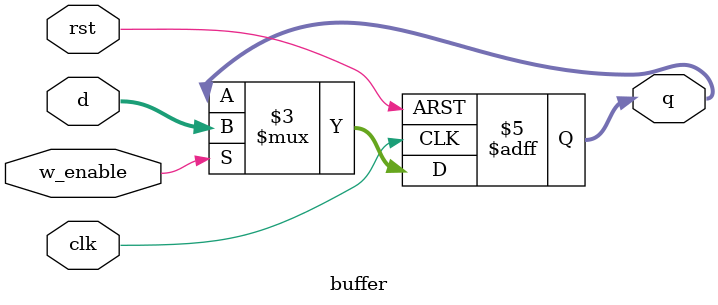
<source format=v>
module buffer #(parameter N = 32) (input [N-1:0] d, input clk, rst, w_enable, output reg [N-1:0] q);

	always@(posedge clk, negedge rst) begin

		if(!rst) 
			q <= 0;

		else begin
 
			if(w_enable) 
				q <= d;
		end
	end

endmodule

	

</source>
